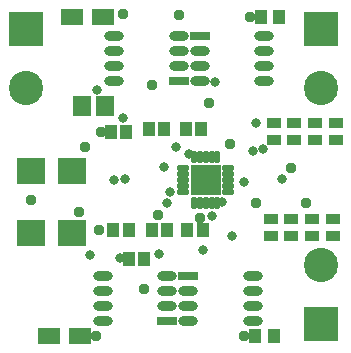
<source format=gts>
G04*
G04 #@! TF.GenerationSoftware,Altium Limited,Altium Designer,20.0.12 (288)*
G04*
G04 Layer_Color=8388736*
%FSLAX44Y44*%
%MOMM*%
G71*
G01*
G75*
%ADD16R,1.6032X1.7032*%
%ADD17R,1.1032X1.2532*%
%ADD18R,1.1732X0.8732*%
G04:AMPARAMS|DCode=19|XSize=1.0632mm|YSize=0.4732mm|CornerRadius=0.1354mm|HoleSize=0mm|Usage=FLASHONLY|Rotation=0.000|XOffset=0mm|YOffset=0mm|HoleType=Round|Shape=RoundedRectangle|*
%AMROUNDEDRECTD19*
21,1,1.0632,0.2025,0,0,0.0*
21,1,0.7925,0.4732,0,0,0.0*
1,1,0.2707,0.3963,-0.1013*
1,1,0.2707,-0.3963,-0.1013*
1,1,0.2707,-0.3963,0.1013*
1,1,0.2707,0.3963,0.1013*
%
%ADD19ROUNDEDRECTD19*%
%ADD20R,2.6532X2.6532*%
G04:AMPARAMS|DCode=21|XSize=1.0632mm|YSize=0.4732mm|CornerRadius=0.1354mm|HoleSize=0mm|Usage=FLASHONLY|Rotation=90.000|XOffset=0mm|YOffset=0mm|HoleType=Round|Shape=RoundedRectangle|*
%AMROUNDEDRECTD21*
21,1,1.0632,0.2025,0,0,90.0*
21,1,0.7925,0.4732,0,0,90.0*
1,1,0.2707,0.1013,0.3963*
1,1,0.2707,0.1013,-0.3963*
1,1,0.2707,-0.1013,-0.3963*
1,1,0.2707,-0.1013,0.3963*
%
%ADD21ROUNDEDRECTD21*%
%ADD22R,1.6532X0.8032*%
%ADD23O,1.6532X0.8032*%
%ADD24R,1.0032X1.1532*%
%ADD25R,2.4532X2.3032*%
%ADD26R,1.9532X1.4532*%
%ADD27R,2.9032X2.9032*%
%ADD28C,2.9032*%
%ADD29C,0.9532*%
%ADD30C,0.8032*%
D16*
X72500Y210000D02*
D03*
X92500D02*
D03*
D17*
X235000Y15000D02*
D03*
X219000D02*
D03*
X240000Y285000D02*
D03*
X224000D02*
D03*
D18*
X270000Y195000D02*
D03*
Y181100D02*
D03*
X235000Y195000D02*
D03*
Y181100D02*
D03*
X232500Y113900D02*
D03*
Y100000D02*
D03*
X250000Y113900D02*
D03*
Y100000D02*
D03*
X252500Y181100D02*
D03*
Y195000D02*
D03*
X267500Y113900D02*
D03*
Y100000D02*
D03*
X285000Y113900D02*
D03*
Y100000D02*
D03*
X287500Y181100D02*
D03*
Y195000D02*
D03*
D19*
X158150Y156850D02*
D03*
Y151850D02*
D03*
Y146850D02*
D03*
Y141850D02*
D03*
Y136850D02*
D03*
X196850D02*
D03*
Y141850D02*
D03*
Y146850D02*
D03*
Y151850D02*
D03*
Y156850D02*
D03*
D20*
X177500Y146850D02*
D03*
D21*
X167500Y127500D02*
D03*
X172500D02*
D03*
X177500D02*
D03*
X182500D02*
D03*
X187500D02*
D03*
Y166200D02*
D03*
X182500D02*
D03*
X177500D02*
D03*
X172500D02*
D03*
X167500D02*
D03*
D22*
X172545Y269015D02*
D03*
X154750Y230950D02*
D03*
X162750Y65600D02*
D03*
X144750Y27500D02*
D03*
D23*
X172545Y256315D02*
D03*
Y243615D02*
D03*
Y230915D02*
D03*
X227046Y269015D02*
D03*
Y256315D02*
D03*
Y243615D02*
D03*
Y230915D02*
D03*
X154750Y243650D02*
D03*
Y256350D02*
D03*
Y269050D02*
D03*
X100250Y230950D02*
D03*
Y243650D02*
D03*
Y256350D02*
D03*
Y269050D02*
D03*
X162750Y52900D02*
D03*
Y40200D02*
D03*
Y27500D02*
D03*
X217250Y65600D02*
D03*
Y52900D02*
D03*
Y40200D02*
D03*
Y27500D02*
D03*
X90250Y65600D02*
D03*
Y52900D02*
D03*
Y40200D02*
D03*
Y27500D02*
D03*
X144750Y65600D02*
D03*
Y52900D02*
D03*
Y40200D02*
D03*
D24*
X175000Y105000D02*
D03*
X162000D02*
D03*
X125652Y79858D02*
D03*
X112651D02*
D03*
X132000Y105000D02*
D03*
X145000D02*
D03*
X161000Y190000D02*
D03*
X174000D02*
D03*
X129500D02*
D03*
X142500D02*
D03*
X97500Y187500D02*
D03*
X110500D02*
D03*
X112500Y105000D02*
D03*
X99500D02*
D03*
D25*
X64500Y102500D02*
D03*
X30000D02*
D03*
X64500Y155000D02*
D03*
X30000D02*
D03*
D26*
X64250Y285000D02*
D03*
X90750D02*
D03*
X71500Y15000D02*
D03*
X45000D02*
D03*
D27*
X275000Y275000D02*
D03*
X275500Y25000D02*
D03*
X25000Y275000D02*
D03*
D28*
X275000Y225000D02*
D03*
X275500Y75000D02*
D03*
X25000Y225000D02*
D03*
D29*
X87000Y105000D02*
D03*
X172500Y115000D02*
D03*
X137500Y117500D02*
D03*
X220000Y127250D02*
D03*
X30000Y130000D02*
D03*
X70000Y120000D02*
D03*
X198088Y177565D02*
D03*
X250000Y157500D02*
D03*
X107500Y287500D02*
D03*
X180000Y212500D02*
D03*
X132500Y227500D02*
D03*
X125000Y55000D02*
D03*
X154750Y286750D02*
D03*
X210000Y15000D02*
D03*
X215000Y285000D02*
D03*
X85000Y15000D02*
D03*
X89000Y187500D02*
D03*
X262500Y127500D02*
D03*
X75000Y175000D02*
D03*
D30*
X137750Y84750D02*
D03*
X175368Y87500D02*
D03*
X191691Y128743D02*
D03*
X182509Y116683D02*
D03*
X177500Y146850D02*
D03*
X163394Y168935D02*
D03*
X109184Y148138D02*
D03*
X200000Y100000D02*
D03*
X210000Y145000D02*
D03*
X85250Y223500D02*
D03*
X217500Y171750D02*
D03*
X141888Y158316D02*
D03*
X226437Y172913D02*
D03*
X185056Y230354D02*
D03*
X146925Y136672D02*
D03*
X144615Y127974D02*
D03*
X107500Y200000D02*
D03*
X220000Y195000D02*
D03*
X79500Y84000D02*
D03*
X105414Y81086D02*
D03*
X100000Y147284D02*
D03*
X152500Y175000D02*
D03*
X241926Y148026D02*
D03*
M02*

</source>
